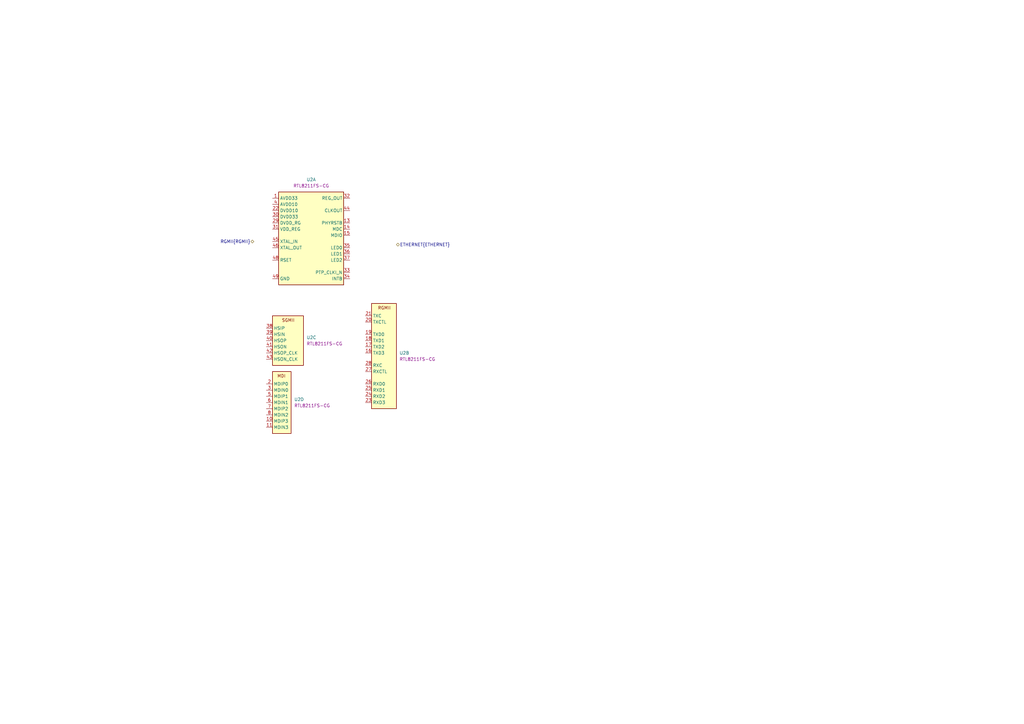
<source format=kicad_sch>
(kicad_sch (version 20250114) (generator "eeschema") (generator_version "9.0")
  (paper "A3")
  (title_block (title "BMC Reference Carrier Board") (date "2025-08-14") (rev "1.0.0"))
  (lib_symbols
    (symbol "RTL8211FS-CG_1"
      (property "Reference" "U" (at 45.72 0 0))
      (property "MPN" "RTL8211FS-CG" (at 45.72 -2.54 0))
      (symbol "RTL8211FS-CG_1_1_1"
        (rectangle (start 2.54 2.54) (end 29.21 -35.56) (stroke (width 0.254)) (fill (type background)))
        (pin power_in line (at 0 0 0) (length 2.54) (name "AVDD33") (number "1"))
        (pin passive line (at 0 0 0) (length 2.54) (hide yes) (name "AVDD33") (number "12"))
        (pin passive line (at 0 0 0) (length 2.54) (hide yes) (name "AVDD33") (number "30"))
        (pin power_in line (at 0 -2.54 0) (length 2.54) (name "AVDD10") (number "4"))
        (pin passive line (at 0 -2.54 0) (length 2.54) (hide yes) (name "AVDD10") (number "47"))
        (pin passive line (at 0 -2.54 0) (length 2.54) (hide yes) (name "AVDD10") (number "9"))
        (pin power_in line (at 0 -5.08 0) (length 2.54) (name "DVDD10") (number "22"))
        (pin power_in line (at 0 -7.62 0) (length 2.54) (name "DVDD33") (number "30"))
        (pin power_in line (at 0 -10.16 0) (length 2.54) (name "DVDD_RG") (number "29"))
        (pin power_in line (at 0 -12.7 0) (length 2.54) (name "VDD_REG") (number "31"))
        (pin input line (at 0 -17.78 0) (length 2.54) (name "XTAL_IN") (number "45"))
        (pin output line (at 0 -20.32 0) (length 2.54) (name "XTAL_OUT") (number "46"))
        (pin output line (at 0 -25.4 0) (length 2.54) (name "RSET") (number "48"))
        (pin power_in line (at 0 -33.02 0) (length 2.54) (name "GND") (number "49"))
        (pin power_out line (at 31.75 0 180) (length 2.54) (name "REG_OUT") (number "32"))
        (pin output line (at 31.75 -5.08 180) (length 2.54) (name "CLKOUT") (number "44"))
        (pin input line (at 31.75 -10.16 180) (length 2.54) (name "PHYRSTB") (number "13"))
        (pin input line (at 31.75 -12.7 180) (length 2.54) (name "MDC") (number "14"))
        (pin bidirectional line (at 31.75 -15.24 180) (length 2.54) (name "MDIO") (number "15"))
        (pin bidirectional line (at 31.75 -20.32 180) (length 2.54) (name "LED0") (number "35"))
        (pin bidirectional line (at 31.75 -22.86 180) (length 2.54) (name "LED1") (number "36"))
        (pin bidirectional line (at 31.75 -25.4 180) (length 2.54) (name "LED2") (number "37"))
        (pin bidirectional line (at 31.75 -30.48 180) (length 2.54) (name "PTP_CLKI_N") (number "33"))
        (pin bidirectional line (at 31.75 -33.02 180) (length 2.54) (name "INTB") (number "34"))
      )
      (symbol "RTL8211FS-CG_1_2_1"
        (rectangle (start 2.54 5.08) (end 12.7 -38.1) (stroke (width 0.254)) (fill (type background)))
        (text "RGMII" (at 5.08 2.54 0) (effects (font (size 1.27 1.27)) (justify left bottom)))
        (pin input line (at 0 0 0) (length 2.54) (name "TXC") (number "21"))
        (pin input line (at 0 -2.54 0) (length 2.54) (name "TXCTL") (number "20"))
        (pin input line (at 0 -7.62 0) (length 2.54) (name "TXD0") (number "19"))
        (pin input line (at 0 -10.16 0) (length 2.54) (name "TXD1") (number "18"))
        (pin input line (at 0 -12.7 0) (length 2.54) (name "TXD2") (number "17"))
        (pin input line (at 0 -15.24 0) (length 2.54) (name "TXD3") (number "16"))
        (pin bidirectional line (at 0 -20.32 0) (length 2.54) (name "RXC") (number "28"))
        (pin bidirectional line (at 0 -22.86 0) (length 2.54) (name "RXCTL") (number "27"))
        (pin bidirectional line (at 0 -27.94 0) (length 2.54) (name "RXD0") (number "26"))
        (pin bidirectional line (at 0 -30.48 0) (length 2.54) (name "RXD1") (number "25"))
        (pin bidirectional line (at 0 -33.02 0) (length 2.54) (name "RXD2") (number "24"))
        (pin bidirectional line (at 0 -35.56 0) (length 2.54) (name "RXD3") (number "23"))
      )
      (symbol "RTL8211FS-CG_1_3_1"
        (rectangle (start 2.54 5.08) (end 15.24 -15.24) (stroke (width 0.254)) (fill (type background)))
        (text "SGMII" (at 6.35 2.54 0) (effects (font (size 1.27 1.27)) (justify left bottom)))
        (pin input line (at 0 0 0) (length 2.54) (name "HSIP") (number "38"))
        (pin input line (at 0 -2.54 0) (length 2.54) (name "HSIN") (number "39"))
        (pin output line (at 0 -5.08 0) (length 2.54) (name "HSOP") (number "40"))
        (pin output line (at 0 -7.62 0) (length 2.54) (name "HSON") (number "41"))
        (pin output line (at 0 -10.16 0) (length 2.54) (name "HSOP_CLK") (number "42"))
        (pin output line (at 0 -12.7 0) (length 2.54) (name "HSON_CLK") (number "43"))
      )
      (symbol "RTL8211FS-CG_1_4_1"
        (rectangle (start 2.54 5.08) (end 10.16 -20.32) (stroke (width 0.254)) (fill (type background)))
        (text "MDI" (at 4.445 2.54 0) (effects (font (size 1.27 1.27)) (justify left bottom)))
        (pin bidirectional line (at 0 0 0) (length 2.54) (name "MDIP0") (number "2"))
        (pin bidirectional line (at 0 -2.54 0) (length 2.54) (name "MDIN0") (number "3"))
        (pin bidirectional line (at 0 -5.08 0) (length 2.54) (name "MDIP1") (number "5"))
        (pin bidirectional line (at 0 -7.62 0) (length 2.54) (name "MDIN1") (number "6"))
        (pin bidirectional line (at 0 -10.16 0) (length 2.54) (name "MDIP2") (number "7"))
        (pin bidirectional line (at 0 -12.7 0) (length 2.54) (name "MDIN2") (number "8"))
        (pin bidirectional line (at 0 -15.24 0) (length 2.54) (name "MDIP3") (number "10"))
        (pin bidirectional line (at 0 -17.78 0) (length 2.54) (name "MDIN3") (number "11"))
      )
    )
    (symbol "RTL8211FS-CG_2"
      (property "Reference" "U" (at 45.72 0 0))
      (property "MPN" "RTL8211FS-CG" (at 45.72 -2.54 0))
      (symbol "RTL8211FS-CG_2_1_1"
        (rectangle (start 2.54 2.54) (end 29.21 -35.56) (stroke (width 0.254)) (fill (type background)))
        (pin power_in line (at 0 0 0) (length 2.54) (name "AVDD33") (number "1"))
        (pin passive line (at 0 0 0) (length 2.54) (hide yes) (name "AVDD33") (number "12"))
        (pin passive line (at 0 0 0) (length 2.54) (hide yes) (name "AVDD33") (number "30"))
        (pin power_in line (at 0 -2.54 0) (length 2.54) (name "AVDD10") (number "4"))
        (pin passive line (at 0 -2.54 0) (length 2.54) (hide yes) (name "AVDD10") (number "47"))
        (pin passive line (at 0 -2.54 0) (length 2.54) (hide yes) (name "AVDD10") (number "9"))
        (pin power_in line (at 0 -5.08 0) (length 2.54) (name "DVDD10") (number "22"))
        (pin power_in line (at 0 -7.62 0) (length 2.54) (name "DVDD33") (number "30"))
        (pin power_in line (at 0 -10.16 0) (length 2.54) (name "DVDD_RG") (number "29"))
        (pin power_in line (at 0 -12.7 0) (length 2.54) (name "VDD_REG") (number "31"))
        (pin input line (at 0 -17.78 0) (length 2.54) (name "XTAL_IN") (number "45"))
        (pin output line (at 0 -20.32 0) (length 2.54) (name "XTAL_OUT") (number "46"))
        (pin output line (at 0 -25.4 0) (length 2.54) (name "RSET") (number "48"))
        (pin power_in line (at 0 -33.02 0) (length 2.54) (name "GND") (number "49"))
        (pin power_out line (at 31.75 0 180) (length 2.54) (name "REG_OUT") (number "32"))
        (pin output line (at 31.75 -5.08 180) (length 2.54) (name "CLKOUT") (number "44"))
        (pin input line (at 31.75 -10.16 180) (length 2.54) (name "PHYRSTB") (number "13"))
        (pin input line (at 31.75 -12.7 180) (length 2.54) (name "MDC") (number "14"))
        (pin bidirectional line (at 31.75 -15.24 180) (length 2.54) (name "MDIO") (number "15"))
        (pin bidirectional line (at 31.75 -20.32 180) (length 2.54) (name "LED0") (number "35"))
        (pin bidirectional line (at 31.75 -22.86 180) (length 2.54) (name "LED1") (number "36"))
        (pin bidirectional line (at 31.75 -25.4 180) (length 2.54) (name "LED2") (number "37"))
        (pin bidirectional line (at 31.75 -30.48 180) (length 2.54) (name "PTP_CLKI_N") (number "33"))
        (pin bidirectional line (at 31.75 -33.02 180) (length 2.54) (name "INTB") (number "34"))
      )
      (symbol "RTL8211FS-CG_2_2_1"
        (rectangle (start 2.54 5.08) (end 12.7 -38.1) (stroke (width 0.254)) (fill (type background)))
        (text "RGMII" (at 5.08 2.54 0) (effects (font (size 1.27 1.27)) (justify left bottom)))
        (pin input line (at 0 0 0) (length 2.54) (name "TXC") (number "21"))
        (pin input line (at 0 -2.54 0) (length 2.54) (name "TXCTL") (number "20"))
        (pin input line (at 0 -7.62 0) (length 2.54) (name "TXD0") (number "19"))
        (pin input line (at 0 -10.16 0) (length 2.54) (name "TXD1") (number "18"))
        (pin input line (at 0 -12.7 0) (length 2.54) (name "TXD2") (number "17"))
        (pin input line (at 0 -15.24 0) (length 2.54) (name "TXD3") (number "16"))
        (pin bidirectional line (at 0 -20.32 0) (length 2.54) (name "RXC") (number "28"))
        (pin bidirectional line (at 0 -22.86 0) (length 2.54) (name "RXCTL") (number "27"))
        (pin bidirectional line (at 0 -27.94 0) (length 2.54) (name "RXD0") (number "26"))
        (pin bidirectional line (at 0 -30.48 0) (length 2.54) (name "RXD1") (number "25"))
        (pin bidirectional line (at 0 -33.02 0) (length 2.54) (name "RXD2") (number "24"))
        (pin bidirectional line (at 0 -35.56 0) (length 2.54) (name "RXD3") (number "23"))
      )
      (symbol "RTL8211FS-CG_2_3_1"
        (rectangle (start 2.54 5.08) (end 15.24 -15.24) (stroke (width 0.254)) (fill (type background)))
        (text "SGMII" (at 6.35 2.54 0) (effects (font (size 1.27 1.27)) (justify left bottom)))
        (pin input line (at 0 0 0) (length 2.54) (name "HSIP") (number "38"))
        (pin input line (at 0 -2.54 0) (length 2.54) (name "HSIN") (number "39"))
        (pin output line (at 0 -5.08 0) (length 2.54) (name "HSOP") (number "40"))
        (pin output line (at 0 -7.62 0) (length 2.54) (name "HSON") (number "41"))
        (pin output line (at 0 -10.16 0) (length 2.54) (name "HSOP_CLK") (number "42"))
        (pin output line (at 0 -12.7 0) (length 2.54) (name "HSON_CLK") (number "43"))
      )
      (symbol "RTL8211FS-CG_2_4_1"
        (rectangle (start 2.54 5.08) (end 10.16 -20.32) (stroke (width 0.254)) (fill (type background)))
        (text "MDI" (at 4.445 2.54 0) (effects (font (size 1.27 1.27)) (justify left bottom)))
        (pin bidirectional line (at 0 0 0) (length 2.54) (name "MDIP0") (number "2"))
        (pin bidirectional line (at 0 -2.54 0) (length 2.54) (name "MDIN0") (number "3"))
        (pin bidirectional line (at 0 -5.08 0) (length 2.54) (name "MDIP1") (number "5"))
        (pin bidirectional line (at 0 -7.62 0) (length 2.54) (name "MDIN1") (number "6"))
        (pin bidirectional line (at 0 -10.16 0) (length 2.54) (name "MDIP2") (number "7"))
        (pin bidirectional line (at 0 -12.7 0) (length 2.54) (name "MDIN2") (number "8"))
        (pin bidirectional line (at 0 -15.24 0) (length 2.54) (name "MDIP3") (number "10"))
        (pin bidirectional line (at 0 -17.78 0) (length 2.54) (name "MDIN3") (number "11"))
      )
    )
    (symbol "RTL8211FS-CG_3"
      (property "Reference" "U" (at 45.72 0 0))
      (property "MPN" "RTL8211FS-CG" (at 45.72 -2.54 0))
      (symbol "RTL8211FS-CG_3_1_1"
        (rectangle (start 2.54 2.54) (end 29.21 -35.56) (stroke (width 0.254)) (fill (type background)))
        (pin power_in line (at 0 0 0) (length 2.54) (name "AVDD33") (number "1"))
        (pin passive line (at 0 0 0) (length 2.54) (hide yes) (name "AVDD33") (number "12"))
        (pin passive line (at 0 0 0) (length 2.54) (hide yes) (name "AVDD33") (number "30"))
        (pin power_in line (at 0 -2.54 0) (length 2.54) (name "AVDD10") (number "4"))
        (pin passive line (at 0 -2.54 0) (length 2.54) (hide yes) (name "AVDD10") (number "47"))
        (pin passive line (at 0 -2.54 0) (length 2.54) (hide yes) (name "AVDD10") (number "9"))
        (pin power_in line (at 0 -5.08 0) (length 2.54) (name "DVDD10") (number "22"))
        (pin power_in line (at 0 -7.62 0) (length 2.54) (name "DVDD33") (number "30"))
        (pin power_in line (at 0 -10.16 0) (length 2.54) (name "DVDD_RG") (number "29"))
        (pin power_in line (at 0 -12.7 0) (length 2.54) (name "VDD_REG") (number "31"))
        (pin input line (at 0 -17.78 0) (length 2.54) (name "XTAL_IN") (number "45"))
        (pin output line (at 0 -20.32 0) (length 2.54) (name "XTAL_OUT") (number "46"))
        (pin output line (at 0 -25.4 0) (length 2.54) (name "RSET") (number "48"))
        (pin power_in line (at 0 -33.02 0) (length 2.54) (name "GND") (number "49"))
        (pin power_out line (at 31.75 0 180) (length 2.54) (name "REG_OUT") (number "32"))
        (pin output line (at 31.75 -5.08 180) (length 2.54) (name "CLKOUT") (number "44"))
        (pin input line (at 31.75 -10.16 180) (length 2.54) (name "PHYRSTB") (number "13"))
        (pin input line (at 31.75 -12.7 180) (length 2.54) (name "MDC") (number "14"))
        (pin bidirectional line (at 31.75 -15.24 180) (length 2.54) (name "MDIO") (number "15"))
        (pin bidirectional line (at 31.75 -20.32 180) (length 2.54) (name "LED0") (number "35"))
        (pin bidirectional line (at 31.75 -22.86 180) (length 2.54) (name "LED1") (number "36"))
        (pin bidirectional line (at 31.75 -25.4 180) (length 2.54) (name "LED2") (number "37"))
        (pin bidirectional line (at 31.75 -30.48 180) (length 2.54) (name "PTP_CLKI_N") (number "33"))
        (pin bidirectional line (at 31.75 -33.02 180) (length 2.54) (name "INTB") (number "34"))
      )
      (symbol "RTL8211FS-CG_3_2_1"
        (rectangle (start 2.54 5.08) (end 12.7 -38.1) (stroke (width 0.254)) (fill (type background)))
        (text "RGMII" (at 5.08 2.54 0) (effects (font (size 1.27 1.27)) (justify left bottom)))
        (pin input line (at 0 0 0) (length 2.54) (name "TXC") (number "21"))
        (pin input line (at 0 -2.54 0) (length 2.54) (name "TXCTL") (number "20"))
        (pin input line (at 0 -7.62 0) (length 2.54) (name "TXD0") (number "19"))
        (pin input line (at 0 -10.16 0) (length 2.54) (name "TXD1") (number "18"))
        (pin input line (at 0 -12.7 0) (length 2.54) (name "TXD2") (number "17"))
        (pin input line (at 0 -15.24 0) (length 2.54) (name "TXD3") (number "16"))
        (pin bidirectional line (at 0 -20.32 0) (length 2.54) (name "RXC") (number "28"))
        (pin bidirectional line (at 0 -22.86 0) (length 2.54) (name "RXCTL") (number "27"))
        (pin bidirectional line (at 0 -27.94 0) (length 2.54) (name "RXD0") (number "26"))
        (pin bidirectional line (at 0 -30.48 0) (length 2.54) (name "RXD1") (number "25"))
        (pin bidirectional line (at 0 -33.02 0) (length 2.54) (name "RXD2") (number "24"))
        (pin bidirectional line (at 0 -35.56 0) (length 2.54) (name "RXD3") (number "23"))
      )
      (symbol "RTL8211FS-CG_3_3_1"
        (rectangle (start 2.54 5.08) (end 15.24 -15.24) (stroke (width 0.254)) (fill (type background)))
        (text "SGMII" (at 6.35 2.54 0) (effects (font (size 1.27 1.27)) (justify left bottom)))
        (pin input line (at 0 0 0) (length 2.54) (name "HSIP") (number "38"))
        (pin input line (at 0 -2.54 0) (length 2.54) (name "HSIN") (number "39"))
        (pin output line (at 0 -5.08 0) (length 2.54) (name "HSOP") (number "40"))
        (pin output line (at 0 -7.62 0) (length 2.54) (name "HSON") (number "41"))
        (pin output line (at 0 -10.16 0) (length 2.54) (name "HSOP_CLK") (number "42"))
        (pin output line (at 0 -12.7 0) (length 2.54) (name "HSON_CLK") (number "43"))
      )
      (symbol "RTL8211FS-CG_3_4_1"
        (rectangle (start 2.54 5.08) (end 10.16 -20.32) (stroke (width 0.254)) (fill (type background)))
        (text "MDI" (at 4.445 2.54 0) (effects (font (size 1.27 1.27)) (justify left bottom)))
        (pin bidirectional line (at 0 0 0) (length 2.54) (name "MDIP0") (number "2"))
        (pin bidirectional line (at 0 -2.54 0) (length 2.54) (name "MDIN0") (number "3"))
        (pin bidirectional line (at 0 -5.08 0) (length 2.54) (name "MDIP1") (number "5"))
        (pin bidirectional line (at 0 -7.62 0) (length 2.54) (name "MDIN1") (number "6"))
        (pin bidirectional line (at 0 -10.16 0) (length 2.54) (name "MDIP2") (number "7"))
        (pin bidirectional line (at 0 -12.7 0) (length 2.54) (name "MDIN2") (number "8"))
        (pin bidirectional line (at 0 -15.24 0) (length 2.54) (name "MDIP3") (number "10"))
        (pin bidirectional line (at 0 -17.78 0) (length 2.54) (name "MDIN3") (number "11"))
      )
    )
    (symbol "antmicroInterfaceControllers:RTL8211FS-CG"
      (property "Reference" "U" (at 45.72 0 0))
      (property "MPN" "RTL8211FS-CG" (at 45.72 -2.54 0))
      (symbol "RTL8211FS-CG_1_1"
        (rectangle (start 2.54 2.54) (end 29.21 -35.56) (stroke (width 0.254)) (fill (type background)))
        (pin power_in line (at 0 0 0) (length 2.54) (name "AVDD33") (number "1"))
        (pin passive line (at 0 0 0) (length 2.54) (hide yes) (name "AVDD33") (number "12"))
        (pin passive line (at 0 0 0) (length 2.54) (hide yes) (name "AVDD33") (number "30"))
        (pin power_in line (at 0 -2.54 0) (length 2.54) (name "AVDD10") (number "4"))
        (pin passive line (at 0 -2.54 0) (length 2.54) (hide yes) (name "AVDD10") (number "47"))
        (pin passive line (at 0 -2.54 0) (length 2.54) (hide yes) (name "AVDD10") (number "9"))
        (pin power_in line (at 0 -5.08 0) (length 2.54) (name "DVDD10") (number "22"))
        (pin power_in line (at 0 -7.62 0) (length 2.54) (name "DVDD33") (number "30"))
        (pin power_in line (at 0 -10.16 0) (length 2.54) (name "DVDD_RG") (number "29"))
        (pin power_in line (at 0 -12.7 0) (length 2.54) (name "VDD_REG") (number "31"))
        (pin input line (at 0 -17.78 0) (length 2.54) (name "XTAL_IN") (number "45"))
        (pin output line (at 0 -20.32 0) (length 2.54) (name "XTAL_OUT") (number "46"))
        (pin output line (at 0 -25.4 0) (length 2.54) (name "RSET") (number "48"))
        (pin power_in line (at 0 -33.02 0) (length 2.54) (name "GND") (number "49"))
        (pin power_out line (at 31.75 0 180) (length 2.54) (name "REG_OUT") (number "32"))
        (pin output line (at 31.75 -5.08 180) (length 2.54) (name "CLKOUT") (number "44"))
        (pin input line (at 31.75 -10.16 180) (length 2.54) (name "PHYRSTB") (number "13"))
        (pin input line (at 31.75 -12.7 180) (length 2.54) (name "MDC") (number "14"))
        (pin bidirectional line (at 31.75 -15.24 180) (length 2.54) (name "MDIO") (number "15"))
        (pin bidirectional line (at 31.75 -20.32 180) (length 2.54) (name "LED0") (number "35"))
        (pin bidirectional line (at 31.75 -22.86 180) (length 2.54) (name "LED1") (number "36"))
        (pin bidirectional line (at 31.75 -25.4 180) (length 2.54) (name "LED2") (number "37"))
        (pin bidirectional line (at 31.75 -30.48 180) (length 2.54) (name "PTP_CLKI_N") (number "33"))
        (pin bidirectional line (at 31.75 -33.02 180) (length 2.54) (name "INTB") (number "34"))
      )
      (symbol "RTL8211FS-CG_2_1"
        (rectangle (start 2.54 5.08) (end 12.7 -38.1) (stroke (width 0.254)) (fill (type background)))
        (text "RGMII" (at 5.08 2.54 0) (effects (font (size 1.27 1.27)) (justify left bottom)))
        (pin input line (at 0 0 0) (length 2.54) (name "TXC") (number "21"))
        (pin input line (at 0 -2.54 0) (length 2.54) (name "TXCTL") (number "20"))
        (pin input line (at 0 -7.62 0) (length 2.54) (name "TXD0") (number "19"))
        (pin input line (at 0 -10.16 0) (length 2.54) (name "TXD1") (number "18"))
        (pin input line (at 0 -12.7 0) (length 2.54) (name "TXD2") (number "17"))
        (pin input line (at 0 -15.24 0) (length 2.54) (name "TXD3") (number "16"))
        (pin bidirectional line (at 0 -20.32 0) (length 2.54) (name "RXC") (number "28"))
        (pin bidirectional line (at 0 -22.86 0) (length 2.54) (name "RXCTL") (number "27"))
        (pin bidirectional line (at 0 -27.94 0) (length 2.54) (name "RXD0") (number "26"))
        (pin bidirectional line (at 0 -30.48 0) (length 2.54) (name "RXD1") (number "25"))
        (pin bidirectional line (at 0 -33.02 0) (length 2.54) (name "RXD2") (number "24"))
        (pin bidirectional line (at 0 -35.56 0) (length 2.54) (name "RXD3") (number "23"))
      )
      (symbol "RTL8211FS-CG_3_1"
        (rectangle (start 2.54 5.08) (end 15.24 -15.24) (stroke (width 0.254)) (fill (type background)))
        (text "SGMII" (at 6.35 2.54 0) (effects (font (size 1.27 1.27)) (justify left bottom)))
        (pin input line (at 0 0 0) (length 2.54) (name "HSIP") (number "38"))
        (pin input line (at 0 -2.54 0) (length 2.54) (name "HSIN") (number "39"))
        (pin output line (at 0 -5.08 0) (length 2.54) (name "HSOP") (number "40"))
        (pin output line (at 0 -7.62 0) (length 2.54) (name "HSON") (number "41"))
        (pin output line (at 0 -10.16 0) (length 2.54) (name "HSOP_CLK") (number "42"))
        (pin output line (at 0 -12.7 0) (length 2.54) (name "HSON_CLK") (number "43"))
      )
      (symbol "RTL8211FS-CG_4_1"
        (rectangle (start 2.54 5.08) (end 10.16 -20.32) (stroke (width 0.254)) (fill (type background)))
        (text "MDI" (at 4.445 2.54 0) (effects (font (size 1.27 1.27)) (justify left bottom)))
        (pin bidirectional line (at 0 0 0) (length 2.54) (name "MDIP0") (number "2"))
        (pin bidirectional line (at 0 -2.54 0) (length 2.54) (name "MDIN0") (number "3"))
        (pin bidirectional line (at 0 -5.08 0) (length 2.54) (name "MDIP1") (number "5"))
        (pin bidirectional line (at 0 -7.62 0) (length 2.54) (name "MDIN1") (number "6"))
        (pin bidirectional line (at 0 -10.16 0) (length 2.54) (name "MDIP2") (number "7"))
        (pin bidirectional line (at 0 -12.7 0) (length 2.54) (name "MDIN2") (number "8"))
        (pin bidirectional line (at 0 -15.24 0) (length 2.54) (name "MDIP3") (number "10"))
        (pin bidirectional line (at 0 -17.78 0) (length 2.54) (name "MDIN3") (number "11"))
      )
    )
  )
  (hierarchical_label "ETHERNET{ETHERNET}" (shape bidirectional) (at 162.56 100.33 0))
  (hierarchical_label "RGMII{RGMII}" (shape bidirectional) (at 104.14 99.06 180))
  (symbol (lib_name "RTL8211FS-CG_3") (lib_id "antmicroInterfaceControllers:RTL8211FS-CG") (at 109.22 157.48 0) (unit 4)
    (property "Reference" "U2" (at 120.65 163.83 0) (effects (justify left)))
    (property "Value" "RTL8211FS-CG" (effects (hide yes)))
    (property "Footprint" "antmicro-footprints:QFN-48-1EP_6x6mm" (effects (hide yes)))
    (property "Datasheet" "https://www.lcsc.com/datasheet/lcsc_datasheet_2207051600_Realtek-Semicon-RTL8211FS-CG_C2844012.pdf" (effects (hide yes)))
    (property "Description" "INTEGRATED 10/100/1000M ETHERNET PRECISION TRANSCEIVER" (effects (hide yes)))
    (property "MPN" "RTL8211FS-CG" (at 120.65 166.37 0) (effects (justify left)))
    (property "Manufacturer" "Realtek" (effects (hide yes)))
    (property "Author" "Antmicro" (effects (hide yes)))
    (property "License" "Apache-2.0" (effects (hide yes)))
  )
  (symbol (lib_id "antmicroInterfaceControllers:RTL8211FS-CG") (at 111.76 81.28 0) (unit 1)
    (property "Reference" "U2" (at 127.635 73.66 0))
    (property "Value" "RTL8211FS-CG" (effects (hide yes)))
    (property "Footprint" "antmicro-footprints:QFN-48-1EP_6x6mm" (effects (hide yes)))
    (property "Datasheet" "https://www.lcsc.com/datasheet/lcsc_datasheet_2207051600_Realtek-Semicon-RTL8211FS-CG_C2844012.pdf" (effects (hide yes)))
    (property "Description" "INTEGRATED 10/100/1000M ETHERNET PRECISION TRANSCEIVER" (effects (hide yes)))
    (property "MPN" "RTL8211FS-CG" (at 127.635 76.2 0))
    (property "Manufacturer" "Realtek" (effects (hide yes)))
    (property "Author" "Antmicro" (effects (hide yes)))
    (property "License" "Apache-2.0" (effects (hide yes)))
  )
  (symbol (lib_name "RTL8211FS-CG_2") (lib_id "antmicroInterfaceControllers:RTL8211FS-CG") (at 109.22 134.62 0) (unit 3)
    (property "Reference" "U2" (at 125.73 138.43 0) (effects (justify left)))
    (property "Value" "RTL8211FS-CG" (effects (hide yes)))
    (property "Footprint" "antmicro-footprints:QFN-48-1EP_6x6mm" (effects (hide yes)))
    (property "Datasheet" "https://www.lcsc.com/datasheet/lcsc_datasheet_2207051600_Realtek-Semicon-RTL8211FS-CG_C2844012.pdf" (effects (hide yes)))
    (property "Description" "INTEGRATED 10/100/1000M ETHERNET PRECISION TRANSCEIVER" (effects (hide yes)))
    (property "MPN" "RTL8211FS-CG" (at 125.73 140.97 0) (effects (justify left)))
    (property "Manufacturer" "Realtek" (effects (hide yes)))
    (property "Author" "Antmicro" (effects (hide yes)))
    (property "License" "Apache-2.0" (effects (hide yes)))
  )
  (symbol (lib_name "RTL8211FS-CG_1") (lib_id "antmicroInterfaceControllers:RTL8211FS-CG") (at 149.86 129.54 0) (unit 2)
    (property "Reference" "U2" (at 163.83 144.78 0) (effects (justify left)))
    (property "Value" "RTL8211FS-CG" (effects (hide yes)))
    (property "Footprint" "antmicro-footprints:QFN-48-1EP_6x6mm" (effects (hide yes)))
    (property "Datasheet" "https://www.lcsc.com/datasheet/lcsc_datasheet_2207051600_Realtek-Semicon-RTL8211FS-CG_C2844012.pdf" (effects (hide yes)))
    (property "Description" "INTEGRATED 10/100/1000M ETHERNET PRECISION TRANSCEIVER" (effects (hide yes)))
    (property "MPN" "RTL8211FS-CG" (at 163.83 147.32 0) (effects (justify left)))
    (property "Manufacturer" "Realtek" (effects (hide yes)))
    (property "Author" "Antmicro" (effects (hide yes)))
    (property "License" "Apache-2.0" (effects (hide yes)))
  )
)
</source>
